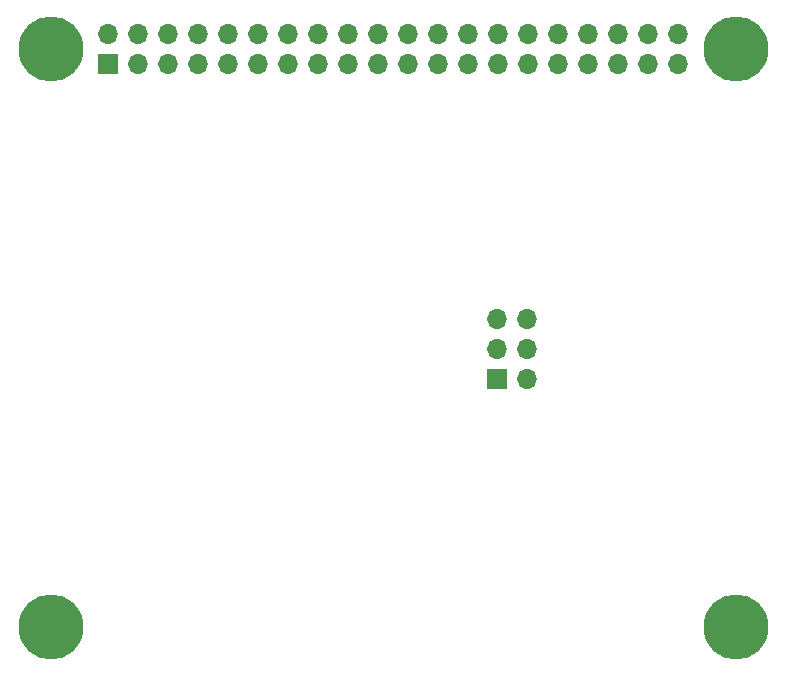
<source format=gbr>
%TF.GenerationSoftware,KiCad,Pcbnew,5.1.9+dfsg1-1~bpo10+1*%
%TF.CreationDate,2021-11-10T17:07:06+01:00*%
%TF.ProjectId,ulx4m-cm4-hat,756c7834-6d2d-4636-9d34-2d6861742e6b,V1.0*%
%TF.SameCoordinates,Original*%
%TF.FileFunction,Soldermask,Bot*%
%TF.FilePolarity,Negative*%
%FSLAX46Y46*%
G04 Gerber Fmt 4.6, Leading zero omitted, Abs format (unit mm)*
G04 Created by KiCad (PCBNEW 5.1.9+dfsg1-1~bpo10+1) date 2021-11-10 17:07:06*
%MOMM*%
%LPD*%
G01*
G04 APERTURE LIST*
%ADD10C,5.500000*%
%ADD11R,1.700000X1.700000*%
%ADD12O,1.700000X1.700000*%
G04 APERTURE END LIST*
D10*
%TO.C,H6*%
X173820000Y-103620000D03*
%TD*%
%TO.C,H2*%
X173820000Y-54620000D03*
%TD*%
%TO.C,H1*%
X115820000Y-54620000D03*
%TD*%
%TO.C,H5*%
X115820000Y-103620000D03*
%TD*%
D11*
%TO.C,J1*%
X120620000Y-55910000D03*
D12*
X120620000Y-53370000D03*
X123160000Y-55910000D03*
X123160000Y-53370000D03*
X125700000Y-55910000D03*
X125700000Y-53370000D03*
X128240000Y-55910000D03*
X128240000Y-53370000D03*
X130780000Y-55910000D03*
X130780000Y-53370000D03*
X133320000Y-55910000D03*
X133320000Y-53370000D03*
X135860000Y-55910000D03*
X135860000Y-53370000D03*
X138400000Y-55910000D03*
X138400000Y-53370000D03*
X140940000Y-55910000D03*
X140940000Y-53370000D03*
X143480000Y-55910000D03*
X143480000Y-53370000D03*
X146020000Y-55910000D03*
X146020000Y-53370000D03*
X148560000Y-55910000D03*
X148560000Y-53370000D03*
X151100000Y-55910000D03*
X151100000Y-53370000D03*
X153640000Y-55910000D03*
X153640000Y-53370000D03*
X156180000Y-55910000D03*
X156180000Y-53370000D03*
X158720000Y-55910000D03*
X158720000Y-53370000D03*
X161260000Y-55910000D03*
X161260000Y-53370000D03*
X163800000Y-55910000D03*
X163800000Y-53370000D03*
X166340000Y-55910000D03*
X166340000Y-53370000D03*
X168880000Y-55910000D03*
X168880000Y-53370000D03*
%TD*%
D11*
%TO.C,J4*%
X153525000Y-82625000D03*
D12*
X156065000Y-82625000D03*
X153525000Y-80085000D03*
X156065000Y-80085000D03*
X153525000Y-77545000D03*
X156065000Y-77545000D03*
%TD*%
M02*

</source>
